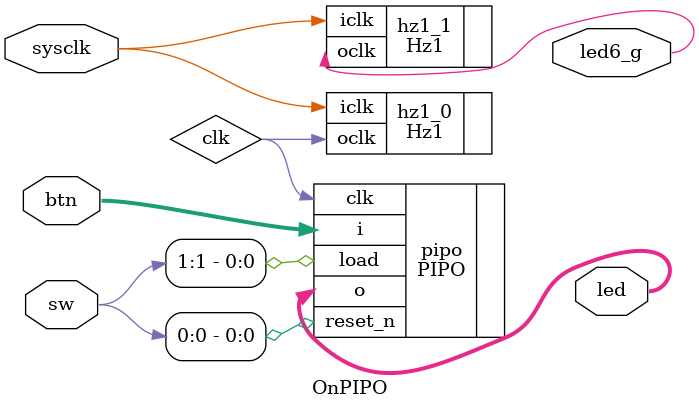
<source format=v>
`timescale 1ns / 1ps


module OnPIPO(
    output led6_g,
    output [3:0]led,
    input sysclk,
    input[3:0]sw,
    input [3:0]btn
    );
    
    wire clk;
    
    Hz1#(125000000, 1) hz1_0(.oclk(clk), .iclk(sysclk));
    Hz1#(125000000, 1) hz1_1(.oclk(led6_g), .iclk(sysclk));
    
    PIPO #(4) pipo(.o(led), .clk(clk), .reset_n(sw[0]), .load(sw[1]), .i(btn));
endmodule

</source>
